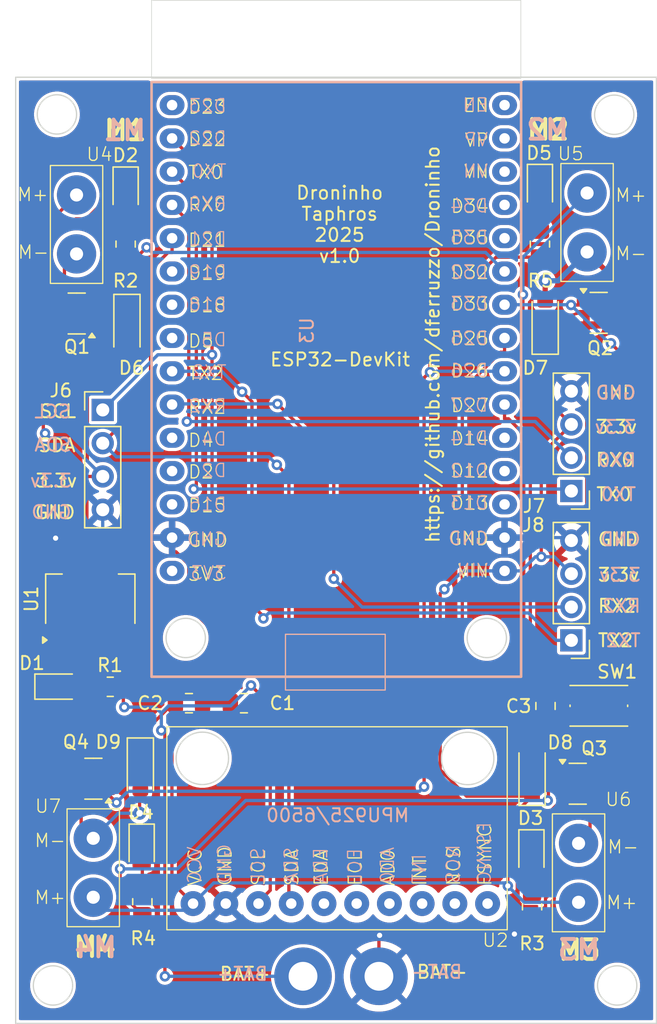
<source format=kicad_pcb>
(kicad_pcb (version 20241229) (generator "pcbnew") (generator_version "9.0")
  (layers (0 "F.Cu" signal) (2 "B.Cu" signal) (13 "F.Paste" user) (15 "B.Paste" user) (5 "F.SilkS" user "F.Silkscreen") (7 "B.SilkS" user "B.Silkscreen") (1 "F.Mask" user) (3 "B.Mask" user) (25 "Edge.Cuts" user))
  (net 0 "")
  (net 1 "/M1-")
  (net 2 "/M2-")
  (net 3 "/M3-")
  (net 4 "/M4-")
  (net 5 "GND")
  (net 6 "/SDA")
  (net 7 "/SCL")
  (net 8 "/PWM1")
  (net 9 "/PWM2")
  (net 10 "/PWM3")
  (net 11 "/PWM4")
  (net 12 "/TXD0")
  (net 13 "/RXD0")
  (net 14 "/RXD2")
  (net 15 "/TXD2")
  (net 16 "Net-(D1-A)")
  (net 17 "Net-(D2-A)")
  (net 18 "Net-(D3-A)")
  (net 19 "Net-(D4-A)")
  (net 22 "/BAT+")
  (net 23 "/+3.3V")
  (net 24 "Net-(D5-A)")
  (net 45 "/Push_button")
  (footprint "Capacitor_SMD:C_0805_2012Metric_Pad1.18x1.45mm_HandSolder" (layer "F.Cu") (at 134.2875 113.85)
    (property "Reference" "C2")
    (property "Value" "22uF/10V(20%)")
  )
  (footprint "Diode_SMD:D_SOD-123" (layer "F.Cu") (at 160.5 119.3 90)
    (property "Reference" "D8")
    (property "Value" "1N4148W SOD-123 SMD 100V 2A (A2)")
  )
  (footprint "Library:Connector_Motor" (layer "F.Cu") (at 164.7 77.15 -90)
    (property "Reference" "U5")
    (property "Value" "Through Hole Connector")
  )
  (footprint "Library:Connector_Motor" (layer "F.Cu") (at 164.05 126.8 90)
    (property "Reference" "U6")
    (property "Value" "Through Hole Connector")
  )
  (footprint "Capacitor_SMD:C_0805_2012Metric_Pad1.18x1.45mm_HandSolder" (layer "F.Cu") (at 161.525 114.0625 90)
    (property "Reference" "C3")
    (property "Value" "0.1uF/50V(10%)")
  )
  (footprint "LED_SMD:LED_0805_2012Metric_Pad1.15x1.40mm_HandSolder" (layer "F.Cu") (at 161.1 74.575 -90)
    (property "Reference" "D5")
    (property "Value" "WHITE LED")
  )
  (footprint "Resistor_SMD:R_0805_2012Metric_Pad1.20x1.40mm_HandSolder" (layer "F.Cu") (at 129.45 78.8 90)
    (property "Reference" "R2")
    (property "Value" "10K(5%)")
  )
  (footprint "Package_TO_SOT_SMD:SOT-23" (layer "F.Cu") (at 125.7125 84.1 180)
    (property "Reference" "Q1")
    (property "Value" "Si2300DS")
  )
  (footprint "Package_TO_SOT_SMD:SOT-23" (layer "F.Cu") (at 126.9875 119.615 180)
    (property "Reference" "Q4")
    (property "Value" "Si2300DS")
  )
  (footprint "Library:Connector_Motor" (layer "F.Cu") (at 126.975 126.415 90)
    (property "Reference" "U7")
    (property "Value" "Through Hole Connector")
  )
  (footprint "Resistor_SMD:R_0805_2012Metric_Pad1.20x1.40mm_HandSolder" (layer "F.Cu") (at 128.275 112.6 180)
    (property "Reference" "R1")
    (property "Value" "10K(5%)")
  )
  (footprint "Library:MPU-9250-6500" (layer "F.Cu") (at 132.6 131.15 90)
    (property "Reference" "U2")
    (property "Value" "MPU9250/6500")
  )
  (footprint "Diode_SMD:D_SOD-123" (layer "F.Cu") (at 129.55 85 -90)
    (property "Reference" "D6")
    (property "Value" "1N4148W SOD-123 SMD 100V 2A (A2)")
  )
  (footprint "Diode_SMD:D_SOD-123" (layer "F.Cu") (at 161.5 84.85 90)
    (property "Reference" "D7")
    (property "Value" "1N4148W SOD-123 SMD 100V 2A (A2)")
  )
  (footprint "Capacitor_SMD:C_0805_2012Metric_Pad1.18x1.45mm_HandSolder" (layer "F.Cu") (at 138.4875 113.85 180)
    (property "Reference" "C1")
    (property "Value" "22uF/10V(20%)")
  )
  (footprint "Connector_PinHeader_2.54mm:PinHeader_1x04_P2.54mm_Vertical" (layer "F.Cu") (at 163.5 97.65 180)
    (property "Reference" "J7")
    (property "Value" "TXD0/RXD0")
  )
  (footprint "Connector_PinHeader_2.54mm:PinHeader_1x04_P2.54mm_Vertical" (layer "F.Cu") (at 163.5 109.05 180)
    (property "Reference" "J8")
    (property "Value" "I2C")
  )
  (footprint "Resistor_SMD:R_0805_2012Metric_Pad1.20x1.40mm_HandSolder" (layer "F.Cu") (at 161.1 78.8 90)
    (property "Reference" "R5")
    (property "Value" "10K(5%)")
  )
  (footprint "Resistor_SMD:R_0805_2012Metric_Pad1.20x1.40mm_HandSolder" (layer "F.Cu") (at 130.725 129.005 90)
    (property "Reference" "R4")
    (property "Value" "10K(5%)")
  )
  (footprint "Button_Switch_SMD:SW_Push_1P1T_NO_CK_KMR2" (layer "F.Cu") (at 165.6 114.05)
    (property "Reference" "SW1")
    (property "Value" "KMR241G LFS")
  )
  (footprint "MountingHole:MountingHole_2.2mm_M2_Pad_TopBottom" (layer "F.Cu") (at 143 134.7)
    (property "Reference" "H3" (hide yes))
    (property "Value" "MountingHole_Pad_Power")
  )
  (footprint "MountingHole:MountingHole_2.2mm_M2_Pad_TopBottom" (layer "F.Cu") (at 148.8 134.7)
    (property "Reference" "H4" (hide yes))
    (property "Value" "MountingHole_Pad_Power")
  )
  (footprint "Connector_PinHeader_2.54mm:PinHeader_1x04_P2.54mm_Vertical" (layer "F.Cu") (at 127.7 91.46)
    (property "Reference" "J6")
    (property "Value" "I2C")
  )
  (footprint "Package_TO_SOT_SMD:SOT-23" (layer "F.Cu") (at 165.5875 84.05)
    (property "Reference" "Q2")
    (property "Value" "Si2300DS")
  )
  (footprint "LED_SMD:LED_0805_2012Metric_Pad1.15x1.40mm_HandSolder" (layer "F.Cu") (at 130.675 124.94 -90)
    (property "Reference" "D4")
    (property "Value" "WHITE LED")
  )
  (footprint "Package_TO_SOT_SMD:SOT-23" (layer "F.Cu") (at 163.9875 120)
    (property "Reference" "Q3")
    (property "Value" "Si2300DS")
  )
  (footprint "Resistor_SMD:R_0805_2012Metric_Pad1.20x1.40mm_HandSolder" (layer "F.Cu") (at 160.5 129.4 90)
    (property "Reference" "R3")
    (property "Value" "10K(5%)")
  )
  (footprint "Package_TO_SOT_SMD:SOT-223-3_TabPin2" (layer "F.Cu") (at 126.75 105.9 90)
    (property "Reference" "U1")
    (property "Value" "AMS1117-3.3")
  )
  (footprint "LED_SMD:LED_0805_2012Metric_Pad1.15x1.40mm_HandSolder" (layer "F.Cu") (at 160.45 125.375 -90)
    (property "Reference" "D3")
    (property "Value" "WHITE LED")
  )
  (footprint "Library:Connector_Motor" (layer "F.Cu") (at 125.7 77.3 -90)
    (property "Reference" "U4")
    (property "Value" "Through Hole Connector")
  )
  (footprint "LED_SMD:LED_0805_2012Metric_Pad1.15x1.40mm_HandSolder" (layer "F.Cu") (at 129.45 74.775 -90)
    (property "Reference" "D2")
    (property "Value" "WHITE LED")
  )
  (footprint "LED_SMD:LED_0805_2012Metric_Pad1.15x1.40mm_HandSolder" (layer "F.Cu") (at 124.375 112.585)
    (property "Reference" "D1")
    (property "Value" "RED LED")
  )
  (footprint "Diode_SMD:D_SOD-123" (layer "F.Cu") (at 130.575 118.865 -90)
    (property "Reference" "D9")
    (property "Value" "1N4148W SOD-123 SMD 100V 2A (A2)")
  )
  (footprint "Library:ESP32_30pin vertical WIFI" (layer "B.Cu") (at 146 85.9 180)
    (property "Reference" "U3")
    (property "Value" "ESP32 ESP-WROOM-32 DEVKit V1")
    (fp_rect (start -13.64 25.71) (end 14.57 19.75) (stroke (width 0.05)) (fill no) (layer "Edge.Cuts"))
    (fp_circle (center 11.96 -22.97) (end 11.96 -24.47) (stroke (width 0.1)) (fill no) (layer "Edge.Cuts"))
    (fp_circle (center -11.04 -22.97) (end -11.04 -24.47) (stroke (width 0.1)) (fill no) (layer "Edge.Cuts"))
  )
  (gr_circle (center 124.2 68.9) (end 125.7 68.9) (stroke (width 0.1)) (fill no) (layer "Edge.Cuts"))
  (gr_rect (start 121.05 66.06) (end 170 138.3) (stroke (width 0.1)) (fill no) (layer "Edge.Cuts"))
  (gr_circle (center 135.31 118.06) (end 137.31 118.06) (stroke (width 0.1)) (fill no) (layer "Edge.Cuts"))
  (gr_circle (center 167 135.4) (end 168.5 135.4) (stroke (width 0.1)) (fill no) (layer "Edge.Cuts"))
  (gr_circle (center 166.775 68.925) (end 168.275 68.925) (stroke (width 0.1)) (fill no) (layer "Edge.Cuts"))
  (gr_circle (center 123.9 135.4) (end 125.4 135.4) (stroke (width 0.1)) (fill no) (layer "Edge.Cuts"))
  (gr_circle (center 155.58 118.07) (end 157.58 118.07) (stroke (width 0.1)) (fill no) (layer "Edge.Cuts"))
  (gr_text "3.3v" (at 165.27 93.34 0) (layer "F.SilkS") (effects (font (size 1 1)) (justify left bottom)))
  (gr_text "RX2" (at 165.44 107.01 0) (layer "F.SilkS") (effects (font (size 1 1)) (justify left bottom)))
  (gr_text "M1" (at 127.65 71 0) (layer "F.SilkS") (effects (font (size 1.5 1.5) (thickness 0.3) (bold yes)) (justify left bottom)))
  (gr_text "SDA" (at 122.7 94.75 0) (layer "F.SilkS") (effects (font (size 1 1)) (justify left bottom)))
  (gr_text "https://github.com/dferruzzo/Droninho" (at 153.5 101.7 90) (layer "F.SilkS") (effects (font (size 1 1)) (justify left bottom)))
  (gr_text "BAT-" (at 151.6 134.95 0) (layer "F.SilkS") (effects (font (size 1 1)) (justify left bottom)))
  (gr_text "TX2" (at 165.44 109.64 0) (layer "F.SilkS") (effects (font (size 1 1)) (justify left bottom)))
  (gr_text "BAT+" (at 136.55 135.1 0) (layer "F.SilkS") (effects (font (size 1 1)) (justify left bottom)))
  (gr_text "M2" (at 159.95 70.95 0) (layer "F.SilkS") (effects (font (size 1.5 1.5) (thickness 0.3) (bold yes)) (justify left bottom)))
  (gr_text "GND" (at 122.44 99.86 0) (layer "F.SilkS") (effects (font (size 1 1)) (justify left bottom)))
  (gr_text "GND" (at 165.27 90.73 0) (layer "F.SilkS") (effects (font (size 1 1)) (justify left bottom)))
  (gr_text "3.3v" (at 122.49 97.45 0) (layer "F.SilkS") (effects (font (size 1 1)) (justify left bottom)))
  (gr_text "GND" (at 165.44 101.92 0) (layer "F.SilkS") (effects (font (size 1 1)) (justify left bottom)))
  (gr_text "M3" (at 162.35 133.575 0) (layer "F.SilkS") (effects (font (size 1.5 1.5) (thickness 0.3) (bold yes)) (justify left bottom)))
  (gr_text "ESP32-DevKit" (at 140.4 88.2 0) (layer "F.SilkS") (effects (font (size 1 1)) (justify left bottom)))
  (gr_text "SCL" (at 122.8 92.15 0) (layer "F.SilkS") (effects (font (size 1 1)) (justify left bottom)))
  (gr_text "M4" (at 125.325 133.35 0) (layer "F.SilkS") (effects (font (size 1.5 1.5) (thickness 0.3) (bold yes)) (justify left bottom)))
  (gr_text "3.3v" (at 165.44 104.64 0) (layer "F.SilkS") (effects (font (size 1 1)) (justify left bottom)))
  (gr_text "TX0" (at 165.32 98.49 0) (layer "F.SilkS") (effects (font (size 1 1)) (justify left bottom)))
  (gr_text "Droninho\nTaphros\n2025\nv1.0" (at 145.8 80.3 0) (layer "F.SilkS") (effects (font (size 1 1)) (justify bottom)))
  (gr_text "RX0" (at 165.28 95.86 0) (layer "F.SilkS") (effects (font (size 1 1)) (justify left bottom)))
  (gr_text "RX2" (at 168.88 107.01 0) (layer "B.SilkS") (effects (font (size 1 1)) (justify left bottom mirror)))
  (gr_text "GND" (at 125.4 99.85 0) (layer "B.SilkS") (effects (font (size 1 1)) (justify left bottom mirror)))
  (gr_text "M3" (at 165.85 133.55 0) (layer "B.SilkS") (effects (font (size 1.5 1.5) (thickness 0.3) (bold yes)) (justify left bottom mirror)))
  (gr_text "M2" (at 163.45 70.95 0) (layer "B.SilkS") (effects (font (size 1.5 1.5) (thickness 0.3) (bold yes)) (justify left bottom mirror)))
  (gr_text "3.3v" (at 125.4 97.45 0) (layer "B.SilkS") (effects (font (size 1 1)) (justify left bottom mirror)))
  (gr_text "RX0" (at 168.53 95.89 0) (layer "B.SilkS") (effects (font (size 1 1)) (justify left bottom mirror)))
  (gr_text "3.3v" (at 168.53 93.35 0) (layer "B.SilkS") (effects (font (size 1 1)) (justify left bottom mirror)))
  (gr_text "GND" (at 168.88 101.92 0) (layer "B.SilkS") (effects (font (size 1 1)) (justify left bottom mirror)))
  (gr_text "M4" (at 128.925 133.375 0) (layer "B.SilkS") (effects (font (size 1.5 1.5) (thickness 0.3) (bold yes)) (justify left bottom mirror)))
  (gr_text "M1" (at 131.15 71 0) (layer "B.SilkS") (effects (font (size 1.5 1.5) (thickness 0.3) (bold yes)) (justify left bottom mirror)))
  (gr_text "SCL" (at 125.35 92.17 0) (layer "B.SilkS") (effects (font (size 1 1)) (justify left bottom mirror)))
  (gr_text "GND" (at 168.53 90.74 0) (layer "B.SilkS") (effects (font (size 1 1)) (justify left bottom mirror)))
  (gr_text "TX0" (at 168.53 98.49 0) (layer "B.SilkS") (effects (font (size 1 1)) (justify left bottom mirror)))
  (gr_text "SDA" (at 125.4 94.7 0) (layer "B.SilkS") (effects (font (size 1 1)) (justify left bottom mirror)))
  (gr_text "MPU925/6500" (at 151.2 123 0) (layer "B.SilkS") (effects (font (size 1 1)) (justify left bottom mirror)))
  (gr_text "BAT+\n" (at 140.4 135.1 0) (layer "B.SilkS") (effects (font (size 1 1)) (justify left bottom mirror)))
  (gr_text "BAT-" (at 155.25 134.95 0) (layer "B.SilkS") (effects (font (size 1 1)) (justify left bottom mirror)))
  (gr_text "TX2" (at 168.88 109.64 0) (layer "B.SilkS") (effects (font (size 1 1)) (justify left bottom mirror)))
  (gr_text "3.3v" (at 168.88 104.64 0) (layer "B.SilkS") (effects (font (size 1 1)) (justify left bottom mirror)))
  (segment (start 125.7 79.55) (end 124.775 80.475) (width 0.25) (layer "F.Cu") (net 1))
  (segment (start 126.58769 86.65) (end 124.775 84.83731) (width 0.4) (layer "F.Cu") (net 1))
  (segment (start 124.775 80.475) (end 124.775 84.1) (width 0.25) (layer "F.Cu") (net 1))
  (segment (start 124.775 84.83731) (end 124.775 84.1) (width 0.4) (layer "F.Cu") (net 1))
  (segment (start 129.55 86.65) (end 126.58769 86.65) (width 0.4) (layer "F.Cu") (net 1))
  (segment (start 161.5 83.2) (end 161.5 81.6038) (width 0.4) (layer "F.Cu") (net 2))
  (segment (start 164.7 79.4) (end 166.525 81.225) (width 0.4) (layer "F.Cu") (net 2))
  (segment (start 166.525 81.225) (end 166.525 84.05) (width 0.4) (layer "F.Cu") (net 2))
  (segment (start 161.5 81.6038) (end 161.5038 81.6) (width 0.4) (layer "F.Cu") (net 2))
  (via (at 161.5038 81.6) (size 1) (drill 0.5) (layers "F.Cu" "B.Cu") (net 2))
  (segment (start 161.5038 81.6) (end 162.5 81.6) (width 0.4) (layer "B.Cu") (net 2))
  (segment (start 162.5 81.6) (end 164.7 79.4) (width 0.4) (layer "B.Cu") (net 2))
  (segment (start 164.925 123.675) (end 164.925 120) (width 0.25) (layer "F.Cu") (net 3))
  (segment (start 164.925 119.368756) (end 163.206244 117.65) (width 0.25) (layer "F.Cu") (net 3))
  (segment (start 163.206244 117.65) (end 160.5 117.65) (width 0.25) (layer "F.Cu") (net 3))
  (segment (start 164.05 124.55) (end 164.925 123.675) (width 0.25) (layer "F.Cu") (net 3))
  (segment (start 164.925 120) (end 164.925 119.368756) (width 0.25) (layer "F.Cu") (net 3))
  (segment (start 126.05 119.615) (end 126.05 123.24) (width 0.25) (layer "F.Cu") (net 4))
  (segment (start 130.5167 122.25) (end 130.5167 120.5733) (width 0.25) (layer "F.Cu") (net 4))
  (segment (start 126.05 123.24) (end 126.975 124.165) (width 0.25) (layer "F.Cu") (net 4))
  (segment (start 130.5167 120.5733) (end 130.575 120.515) (width 0.25) (layer "F.Cu") (net 4))
  (segment (start 130.575 120.515) (end 130.2885 120.8015) (width 0.25) (layer "F.Cu") (net 4))
  (via (at 130.5167 122.25) (size 1) (drill 0.5) (layers "F.Cu" "B.Cu") (net 4))
  (segment (start 126.975 124.165) (end 128.89 122.25) (width 0.25) (layer "B.Cu") (net 4))
  (segment (start 128.89 122.25) (end 130.5167 122.25) (width 0.25) (layer "B.Cu") (net 4))
  (segment (start 148.8 131.625) (end 148.85 131.575) (width 0.25) (layer "F.Cu") (net 5))
  (segment (start 161.525 103.405) (end 163.5 101.43) (width 0.25) (layer "F.Cu") (net 5))
  (segment (start 126.456354 76.876) (end 127.6892 75.643154) (width 0.25) (layer "F.Cu") (net 5))
  (segment (start 159.15 131.475) (end 159.3715 131.2535) (width 0.25) (layer "F.Cu") (net 5))
  (segment (start 134.8226 107.0396) (end 134.5487 107.0396) (width 0.25) (layer "F.Cu") (net 5))
  (segment (start 163.912501 85) (end 164.65 85) (width 0.25) (layer "F.Cu") (net 5))
  (segment (start 135.9227 108.1397) (end 134.8226 107.0396) (width 0.25) (layer "F.Cu") (net 5))
  (segment (start 164.6767 100.2533) (end 163.5 101.43) (width 0.25) (layer "F.Cu") (net 5))
  (segment (start 129.477441 122.717441) (end 130.675 123.915) (width 0.25) (layer "F.Cu") (net 5))
  (segment (start 126.0567 83.15) (end 126.65 83.15) (width 0.25) (layer "F.Cu") (net 5))
  (segment (start 159.3715 125.4285) (end 160.45 124.35) (width 0.25) (layer "F.Cu") (net 5))
  (segment (start 134.5487 107.0396) (end 134.275 106.7659) (width 0.25) (layer "F.Cu") (net 5))
  (segment (start 124.1 101.25) (end 124.1 89.0126) (width 0.25) (layer "F.Cu") (net 5))
  (segment (start 162.526 83.613499) (end 163.912501 85) (width 0.25) (layer "F.Cu") (net 5))
  (segment (start 123.6115 88.5241) (end 123.6115 78.914724) (width 0.25) (layer "F.Cu") (net 5))
  (segment (start 127.6892 75.5108) (end 127.6892 82.062) (width 0.25) (layer "F.Cu") (net 5))
  (segment (start 124.45 101.6) (end 124.45 109.05) (width 0.25) (layer "F.Cu") (net 5))
  (segment (start 160.45 123.55) (end 163.05 120.95) (width 0.25) (layer "F.Cu") (net 5))
  (segment (start 135.9227 113.85) (end 135.325 113.85) (width 0.25) (layer "F.Cu") (net 5))
  (segment (start 135.9227 113.85) (end 135.9227 108.1397) (width 0.25) (layer "F.Cu") (net 5))
  (segment (start 127.6892 75.643154) (end 127.6892 75.5108) (width 0.25) (layer "F.Cu") (net 5))
  (segment (start 163.55 113.25) (end 161.75 113.25) (width 0.25) (layer "F.Cu") (net 5))
  (segment (start 163.5 90.03) (end 164.6767 91.2067) (width 0.25) (layer "F.Cu") (net 5))
  (segment (start 167.65 113.25) (end 163.55 113.25) (width 0.25) (layer "F.Cu") (net 5))
  (segment (start 148.8 134.7) (end 148.8 131.625) (width 0.25) (layer "F.Cu") (net 5))
  (segment (start 161.1 73.55) (end 162.526 74.976) (width 0.25) (layer "F.Cu") (net 5))
  (segment (start 137.45 113.85) (end 135.9227 113.85) (width 0.25) (layer "F.Cu") (net 5))
  (segment (start 124.1 101.25) (end 124.45 101.6) (width 0.25) (layer "F.Cu") (net 5))
  (segment (start 127.6892 82.1108) (end 127.6892 82.062) (width 0.25) (layer "F.Cu") (net 5))
  (segment (start 123.6115 78.914724) (end 125.650224 76.876) (width 0.25) (layer "F.Cu") (net 5))
  (segment (start 160.45 124.35) (end 160.45 123.55) (width 0.25) (layer "F.Cu") (net 5))
  (segment (start 133.3037 102.2985) (end 132.9975 102.2985) (width 0.25) (layer "F.Cu") (net 5))
  (segment (start 159.3715 131.2535) (end 159.3715 125.4285) (width 0.25) (layer "F.Cu") (net 5))
  (segment (start 163.5 90.03) (end 164.65 88.88) (width 0.25) (layer "F.Cu") (net 5))
  (segment (start 132.9975 101.2098) (end 132.9975 102.2985) (width 0.25) (layer "F.Cu") (net 5))
  (segment (start 137.45 113.85) (end 138.0025 114.4025) (width 0.25) (layer "F.Cu") (net 5))
  (segment (start 164.6767 91.2067) (end 164.6767 100.2533) (width 0.25) (layer "F.Cu") (net 5))
  (segment (start 125.650224 76.876) (end 126.456354 76.876) (width 0.25) (layer "F.Cu") (net 5))
  (segment (start 123.35 110.15) (end 124.45 109.05) (width 0.25) (layer "F.Cu") (net 5))
  (segment (start 161.525 113.025) (end 161.525 103.405) (width 0.25) (layer "F.Cu") (net 5))
  (segment (start 126.65 83.15) (end 127.6892 82.1108) (width 0.25) (layer "F.Cu") (net 5))
  (segment (start 134.275 103.2698) (end 133.3037 102.2985) (width 0.25) (layer "F.Cu") (net 5))
  (segment (start 129.477441 120.217441) (end 129.477441 122.717441) (width 0.25) (layer "F.Cu") (net 5))
  (segment (start 164.65 88.88) (end 164.65 85) (width 0.25) (layer "F.Cu") (net 5))
  (segment (start 127.925 117.16) (end 127.925 118.665) (width 0.25) (layer "F.Cu") (net 5))
  (segment (start 123.35 112.585) (end 123.35 110.15) (width 0.25) (layer "F.Cu") (net 5))
  (segment (start 123.35 112.585) (end 127.925 117.16) (width 0.25) (layer "F.Cu") (net 5))
  (segment (start 138.0025 128.1975) (end 137.05 129.15) (width 0.25) (layer "F.Cu") (net 5))
  (segment (start 134.275 106.7659) (end 134.275 103.2698) (width 0.25) (layer "F.Cu") (net 5))
  (segment (start 148.8 134.7) (end 148.9655 134.5345) (width 0.25) (layer "F.Cu") (net 5))
  (segment (start 129.45 73.75) (end 127.6892 75.5108) (width 0.25) (layer "F.Cu") (net 5))
  (segment (start 130.675 123.915) (end 130.568 123.915) (width 0.25) (layer "F.Cu") (net 5))
  (segment (start 124.1 89.0126) (end 123.6115 88.5241) (width 0.25) (layer "F.Cu") (net 5))
  (segment (start 161.75 113.25) (end 161.525 113.025) (width 0.25) (layer "F.Cu") (net 5))
  (segment (start 162.526 74.976) (end 162.526 83.613499) (width 0.25) (layer "F.Cu") (net 5))
  (segment (start 127.925 118.665) (end 129.477441 120.217441) (width 0.25) (layer "F.Cu") (net 5))
  (segment (start 138.0025 114.4025) (end 138.0025 128.1975) (width 0.25) (layer "F.Cu") (net 5))
  (via (at 124.1 101.25) (size 0.8) (drill 0.4) (layers "F.Cu" "B.Cu") (net 5))
  (via (at 159.15 131.475) (size 0.8) (drill 0.4) (layers "F.Cu" "B.Cu") (net 5))
  (via (at 148.85 131.575) (size 0.8) (drill 0.4) (layers "F.Cu" "B.Cu") (net 5))
  (segment (start 127.7 101.2098) (end 127.7 99.08) (width 0.25) (layer "B.Cu") (net 5))
  (segment (start 148.85 131.575) (end 139.475 131.575) (width 0.25) (layer "B.Cu") (net 5))
  (segment (start 132.9975 101.2098) (end 158.3975 101.2098) (width 0.25) (layer "B.Cu") (net 5))
  (segment (start 148.85 131.575) (end 149.3399 131.575) (width 0.25) (layer "B.Cu") (net 5))
  (segment (start 139.475 131.575) (end 137.05 129.15) (width 0.25) (layer "B.Cu") (net 5))
  (segment (start 158.3975 101.2098) (end 163.2798 101.2098) (width 0.25) (layer "B.Cu") (net 5))
  (segment (start 163.2798 101.2098) (end 163.5 101.43) (width 0.25) (layer "B.Cu") (net 5))
  (segment (start 159.05 131.575) (end 159.15 131.475) (width 0.25) (layer "B.Cu") (net 5))
  (segment (start 124.1402 101.2098) (end 124.1 101.25) (width 0.25) (layer "B.Cu") (net 5))
  (segment (start 127.7 101.2098) (end 132.9975 101.2098) (width 0.25) (layer "B.Cu") (net 5))
  (segment (start 127.7 101.2098) (end 124.1402 101.2098) (width 0.25) (layer "B.Cu") (net 5))
  (segment (start 149.3399 131.575) (end 159.05 131.575) (width 0.25) (layer "B.Cu") (net 5))
  (segment (start 127.7 94) (end 131.3516 90.3484) (width 0.25) (layer "F.Cu") (net 6))
  (segment (start 132.6913 79.4385) (end 132.9975 79.4385) (width 0.25) (layer "F.Cu") (net 6))
  (segment (start 131.3516 80.7782) (end 132.6913 79.4385) (width 0.25) (layer "F.Cu") (net 6))
  (segment (start 131.3516 90.3484) (end 131.3516 80.7782) (width 0.25) (layer "F.Cu") (net 6))
  (segment (start 141.92 96.57) (end 141.92 129.15) (width 0.25) (layer "F.Cu") (net 6))
  (segment (start 141 95.65) (end 141.92 96.57) (width 0.25) (layer "F.Cu") (net 6))
  (segment (start 132.9975 78.3498) (end 132.9975 79.4385) (width 0.25) (layer "F.Cu") (net 6))
  (via (at 141 95.65) (size 0.8) (drill 0.4) (layers "F.Cu" "B.Cu") (net 6))
  (segment (start 127.7 94) (end 128.741813 95.041813) (width 0.25) (layer "B.Cu") (net 6))
  (segment (start 140.391813 95.041813) (end 141 95.65) (width 0.25) (layer "B.Cu") (net 6))
  (segment (start 128.741813 95.041813) (end 140.391813 95.041813) (width 0.25) (layer "B.Cu") (net 6))
  (segment (start 140.497 109.1135) (end 140.497 128.133) (width 0.25) (layer "F.Cu") (net 7))
  (segment (start 140.497 128.133) (end 139.48 129.15) (width 0.25) (layer "F.Cu") (net 7))
  (segment (start 136.05 104.6665) (end 140.497 109.1135) (width 0.25) (layer "F.Cu") (net 7))
  (segment (start 136.05 87.25) (end 136.05 73.782273) (width 0.25) (layer "F.Cu") (net 7))
  (segment (start 136.05 73.782273) (end 132.99754 70.729813) (width 0.25) (layer "F.Cu") (net 7))
  (segment (start 136.05 87.25) (end 136.05 104.6665) (width 0.25) (layer "F.Cu") (net 7))
  (via (at 136.05 87.25) (size 0.8) (drill 0.4) (layers "F.Cu" "B.Cu") (net 7))
  (segment (start 127.7 91.46) (end 131.91 87.25) (width 0.25) (layer "B.Cu") (net 7))
  (segment (start 131.91 87.25) (end 136.05 87.25) (width 0.25) (layer "B.Cu") (net 7))
  (segment (start 130.3 79.8) (end 131.05 79.05) (width 0.25) (layer "F.Cu") (net 8))
  (segment (start 126.65 85.05) (end 128.1402 83.5598) (width 0.25) (layer "F.Cu") (net 8))
  (segment (start 128.1402 81.1098) (end 129.45 79.8) (width 0.25) (layer "F.Cu") (net 8))
  (segment (start 128.1402 83.5598) (end 128.1402 81.1098) (width 0.25) (layer "F.Cu") (net 8))
  (segment (start 129.45 79.8) (end 130.3 79.8) (width 0.25) (layer "F.Cu") (net 8))
  (via (at 131.05 79.05) (size 0.8) (drill 0.4) (layers "F.Cu" "B.Cu") (net 8))
  (segment (start 131.05 79.05) (end 131.437813 79.437813) (width 0.25) (layer "B.Cu") (net 8))
  (segment (start 156.94554 79.437813) (end 158.39754 80.889813) (width 0.25) (layer "B.Cu") (net 8))
  (segment (start 131.437813 79.437813) (end 156.94554 79.437813) (width 0.25) (layer "B.Cu") (net 8))
  (segment (start 161.526 128.749) (end 163.799 126.476) (width 0.25) (layer "F.Cu") (net 9))
  (segment (start 168.426 88.276) (end 166.525 86.375) (width 0.25) (layer "F.Cu") (net 9))
  (segment (start 161.526 129.374) (end 161.526 128.749) (width 0.25) (layer "F.Cu") (net 9))
  (segment (start 164.3 83.45) (end 164.65 83.1) (width 0.25) (layer "F.Cu") (net 9))
  (segment (start 164.847776 126.476) (end 168.426 122.897776) (width 0.25) (layer "F.Cu") (net 9))
  (segment (start 160.5 130.4) (end 161.526 129.374) (width 0.25) (layer "F.Cu") (net 9))
  (segment (start 163.799 126.476) (end 164.847776 126.476) (width 0.25) (layer "F.Cu") (net 9))
  (segment (start 168.426 122.897776) (end 168.426 88.276) (width 0.25) (layer "F.Cu") (net 9))
  (segment (start 163.475 83.45) (end 164.3 83.45) (width 0.25) (layer "F.Cu") (net 9))
  (via (at 163.475 83.45) (size 0.8) (drill 0.4) (layers "F.Cu" "B.Cu") (net 9))
  (via (at 166.525 86.375) (size 0.8) (drill 0.4) (layers "F.Cu" "B.Cu") (net 9))
  (segment (start 158.39754 83.429813) (end 163.454813 83.429813) (width 0.25) (layer "B.Cu") (net 9))
  (segment (start 166.4 86.375) (end 166.525 86.375) (width 0.25) (layer "B.Cu") (net 9))
  (segment (start 163.454813 83.429813) (end 163.475 83.45) (width 0.25) (layer "B.Cu") (net 9))
  (segment (start 163.475 83.45) (end 166.4 86.375) (width 0.25) (layer "B.Cu") (net 9))
  (segment (start 161.7445 121.230196) (end 161.694182 121.280514) (width 0.25) (layer "F.Cu") (net 10))
  (segment (start 155.1691 89.9807) (end 158.0913 87.0585) (width 0.25) (layer "F.Cu") (net 10))
  (segment (start 129.025 128.305) (end 129.025 126.5) (width 0.25) (layer "F.Cu") (net 10))
  (segment (start 155.1691 114.0191) (end 155.1691 89.9807) (width 0.25) (layer "F.Cu") (net 10))
  (segment (start 163.05 119.05) (end 161.7445 120.3555) (width 0.25) (layer "F.Cu") (net 10))
  (segment (start 161.7445 120.3555) (end 161.5055 120.3555) (width 0.25) (layer "F.Cu") (net 10))
  (segment (start 158.0913 87.0585) (end 158.3975 87.0585) (width 0.25) (layer "F.Cu") (net 10))
  (segment (start 158.3975 87.0585) (end 158.3975 85.9698) (width 0.25) (layer "F.Cu") (net 10))
  (segment (start 161.5055 120.3555) (end 155.1691 114.0191) (width 0.25) (layer "F.Cu") (net 10))
  (segment (start 130.725 130.005) (end 129.025 128.305) (width 0.25) (layer "F.Cu") (net 10))
  (segment (start 161.7445 120.3555) (end 161.7445 121.230196) (width 0.25) (layer "F.Cu") (net 10))
  (via (at 161.694182 121.280514) (size 0.8) (drill 0.4) (layers "F.Cu" "B.Cu") (net 10))
  (via (at 129.025 126.5) (size 0.8) (drill 0.4) (layers "F.Cu" "B.Cu") (net 10))
  (segment (start 129.025 126.5) (end 133.4008 126.5) (width 0.25) (layer "B.Cu") (net 10))
  (segment (start 138.620286 121.280514) (end 133.4008 126.5) (width 0.25) (layer "B.Cu") (net 10))
  (segment (start 161.694182 121.280514) (end 138.620286 121.280514) (width 0.25) (layer "B.Cu") (net 10))
  (segment (start 152.325 88.925) (end 152.675 88.575) (width 0.25) (layer "F.Cu") (net 11))
  (segment (start 127.925 120.610277) (end 128.751441 121.436718) (width 0.25) (layer "F.Cu") (net 11))
  (segment (start 152.7 84.85) (end 152.7 88.575) (width 0.25) (layer "F.Cu") (net 11))
  (segment (start 152.25 89) (end 152.325 88.925) (width 0.25) (layer "F.Cu") (net 11))
  (segment (start 152.25 120.225) (end 152.25 89) (width 0.25) (layer "F.Cu") (net 11))
  (segment (start 161.1 79.8) (end 157.75 79.8) (width 0.25) (layer "F.Cu") (net 11))
  (segment (start 152.675 88.575) (end 152.7 88.575) (width 0.25) (layer "F.Cu") (net 11))
  (segment (start 157.75 79.8) (end 152.7 84.85) (width 0.25) (layer "F.Cu") (net 11))
  (segment (start 127.925 120.565) (end 127.925 120.610277) (width 0.25) (layer "F.Cu") (net 11))
  (via (at 152.25 120.225) (size 0.8) (drill 0.4) (layers "F.Cu" "B.Cu") (net 11))
  (via (at 128.751441 121.436718) (size 0.8) (drill 0.4) (layers "F.Cu" "B.Cu") (net 11))
  (via (at 152.7 88.575) (size 0.8) (drill 0.4) (layers "F.Cu" "B.Cu") (net 11))
  (segment (start 129.613159 120.575) (end 151.3 120.575) (width 0.25) (layer "B.Cu") (net 11))
  (segment (start 153.15 88.575) (end 153.215187 88.509813) (width 0.25) (layer "B.Cu") (net 11))
  (segment (start 151.9 120.575) (end 152.25 120.225) (width 0.25) (layer "B.Cu") (net 11))
  (segment (start 151.5 120.575) (end 151.9 120.575) (width 0.25) (layer "B.Cu") (net 11))
  (segment (start 151.3 120.575) (end 151.5 120.575) (width 0.25) (layer "B.Cu") (net 11))
  (segment (start 152.7 88.575) (end 153.15 88.575) (width 0.25) (layer "B.Cu") (net 11))
  (segment (start 153.215187 88.509813) (end 158.39754 88.509813) (width 0.25) (layer "B.Cu") (net 11))
  (segment (start 128.751441 121.436718) (end 129.613159 120.575) (width 0.25) (layer "B.Cu") (net 11))
  (segment (start 134.8502 75.122473) (end 134.8502 97.2998) (width 0.25) (layer "F.Cu") (net 12))
  (segment (start 132.99754 73.269813) (end 134.8502 75.122473) (width 0.25) (layer "F.Cu") (net 12))
  (segment (start 134.8502 97.2998) (end 134.65 97.5) (width 0.25) (layer "F.Cu") (net 12))
  (via (at 134.65 97.5) (size 0.8) (drill 0.4) (layers "F.Cu" "B.Cu") (net 12))
  (segment (start 134.65 97.5) (end 163.35 97.5) (width 0.25) (layer "B.Cu") (net 12))
  (segment (start 163.35 97.5) (end 163.5 97.65) (width 0.25) (layer "B.Cu") (net 12))
  (segment (start 134.27354 77.085813) (end 134.27354 92.20166) (width 0.25) (layer "F.Cu") (net 13))
  (segment (start 134.27354 92.20166) (end 134.1252 92.35) (width 0.25) (layer "F.Cu") (net 13))
  (segment (start 132.99754 75.809813) (end 134.27354 77.085813) (width 0.25) (layer "F.Cu") (net 13))
  (via (at 134.1252 92.35) (size 0.8) (drill 0.4) (layers "F.Cu" "B.Cu") (net 13))
  (segment (start 134.1252 92.35) (end 160.74 92.35) (width 0.25) (layer "B.Cu") (net 13))
  (segment (start 160.74 92.35) (end 163.5 95.11) (width 0.25) (layer "B.Cu") (net 13))
  (segment (start 141.05 91) (end 145.35 95.3) (width 0.25) (layer "F.Cu") (net 14))
  (segment (start 145.35 95.3) (end 145.35 104.35) (width 0.25) (layer "F.Cu") (net 14))
  (via (at 141.05 91) (size 0.8) (drill 0.4) (layers "F.Cu" "B.Cu") (net 14))
  (via (at 145.35 104.35) (size 0.8) (drill 0.4) (layers "F.Cu" "B.Cu") (net 14))
  (segment (start 132.99754 91.049813) (end 133.047353 91) (width 0.25) (layer "B.Cu") (net 14))
  (segment (start 147.51 106.51) (end 163.5 106.51) (width 0.25) (layer "B.Cu") (net 14))
  (segment (start 133.047353 91) (end 141.05 91) (width 0.25) (layer "B.Cu") (net 14))
  (segment (start 145.35 104.35) (end 147.51 106.51) (width 0.25) (layer "B.Cu") (net 14))
  (segment (start 139.1 106.35) (end 139.475 106.725) (width 0.25) (layer "F.Cu") (net 15))
  (segment (start 139.475 106.725) (end 139.975 107.225) (width 0.25) (layer "F.Cu") (net 15))
  (segment (start 139.975 107.225) (end 139.975 107.375) (width 0.25) (layer "F.Cu") (net 15))
  (segment (start 138.35 90.075) (end 139.1 90.825) (width 0.25) (layer "F.Cu") (net 15))
  (segment (start 139.1 105.275) (end 139.1 106.35) (width 0.25) (layer "F.Cu") (net 15))
  (segment (start 139.1 90.825) (end 139.1 105.275) (width 0.25) (layer "F.Cu") (net 15))
  (via (at 139.975 107.375) (size 0.8) (drill 0.4) (layers "F.Cu" "B.Cu") (net 15))
  (via (at 138.35 90.075) (size 0.8) (drill 0.4) (layers "F.Cu" "B.Cu") (net 15))
  (segment (start 139.975 107.375) (end 140.3882 106.9618) (width 0.25) (layer "B.Cu") (net 15))
  (segment (start 132.99754 88.509813) (end 136.784813 88.509813) (width 0.25) (layer "B.Cu") (net 15))
  (segment (start 136.784813 88.509813) (end 138.35 90.075) (width 0.25) (layer "B.Cu") (net 15))
  (segment (start 162.3233 109.05) (end 160.2351 106.9618) (width 0.25) (layer "B.Cu") (net 15))
  (segment (start 163.5 109.05) (end 162.3233 109.05) (width 0.25) (layer "B.Cu") (net 15))
  (segment (start 140.3882 106.9618) (end 160.2351 106.9618) (width 0.25) (layer "B.Cu") (net 15))
  (segment (start 127.26 112.585) (end 127.275 112.6) (width 0.25) (layer "F.Cu") (net 16))
  (segment (start 125.4 112.585) (end 127.26 112.585) (width 0.25) (layer "F.Cu") (net 16))
  (segment (start 129.45 77.8) (end 129.45 75.8) (width 0.25) (layer "F.Cu") (net 17))
  (segment (start 160.45 128.35) (end 160.45 126.4) (width 0.25) (layer "F.Cu") (net 18))
  (segment (start 160.5 128.4) (end 160.45 128.35) (width 0.25) (layer "F.Cu") (net 18))
  (segment (start 130.725 128.005) (end 130.675 127.955) (width 0.25) (layer "F.Cu") (net 19))
  (segment (start 130.725 128.005) (end 130.725 126.015) (width 0.25) (layer "F.Cu") (net 19))
  (segment (start 130.725 126.015) (end 130.675 125.965) (width 0.25) (layer "F.Cu") (net 19))
  (segment (start 132.45 116.2) (end 132.175 115.925) (width 0.25) (layer "F.Cu") (net 22))
  (segment (start 129.275 112.6) (end 129.275 114.075) (width 0.25) (layer "F.Cu") (net 22))
  (segment (start 132.45 134.7) (end 132.45 116.2) (width 0.25) (layer "F.Cu") (net 22))
  (segment (start 129.275 114.075) (end 129.35 114.15) (width 0.25) (layer "F.Cu") (net 22))
  (segment (start 139.525 113) (end 139.025 112.5) (width 0.25) (layer "F.Cu") (net 22))
  (segment (start 129.05 109.05) (end 129.275 109.275) (width 0.25) (layer "F.Cu") (net 22))
  (segment (start 129.275 109.275) (end 129.275 112.6) (width 0.25) (layer "F.Cu") (net 22))
  (segment (start 139.525 113.85) (end 139.525 113) (width 0.25) (layer "F.Cu") (net 22))
  (via (at 132.45 134.7) (size 0.8) (drill 0.4) (layers "F.Cu" "B.Cu") (net 22))
  (via (at 129.35 114.15) (size 0.8) (drill 0.4) (layers "F.Cu" "B.Cu") (net 22))
  (via (at 132.175 115.925) (size 0.8) (drill 0.4) (layers "F.Cu" "B.Cu") (net 22))
  (via (at 139.025 112.5) (size 0.8) (drill 0.4) (layers "F.Cu" "B.Cu") (net 22))
  (segment (start 137.4693 114.0557) (end 132.725 114.0557) (width 0.25) (layer "B.Cu") (net 22))
  (segment (start 129.35 114.15) (end 131.7193 114.15) (width 0.25) (layer "B.Cu") (net 22))
  (segment (start 131.7193 114.15) (end 132.175 114.6057) (width 0.25) (layer "B.Cu") (net 22))
  (segment (start 139.025 112.5) (end 137.4693 114.0557) (width 0.25) (layer "B.Cu") (net 22))
  (segment (start 132.175 114.6057) (end 132.725 114.0557) (width 0.25) (layer "B.Cu") (net 22))
  (segment (start 132.175 115.925) (end 132.175 114.6057) (width 0.25) (layer "B.Cu") (net 22))
  (segment (start 143 134.7) (end 132.45 134.7) (width 0.25) (layer "B.Cu") (net 22))
  (segment (start 127.7 96.54) (end 126.524 95.364) (width 0.25) (layer "F.Cu") (net 23))
  (segment (start 133.0771 113.85) (end 130.575 116.3521) (width 0.25) (layer "F.Cu") (net 23))
  (segment (start 134.6 129.15) (end 132.9863 127.5363) (width 0.25) (layer "F.Cu") (net 23))
  (segment (start 158.6465 127.8) (end 158.6465 122.8035) (width 0.25) (layer "F.Cu") (net 23))
  (segment (start 123.1605 93.1105) (end 123.3 93.25) (width 0.25) (layer "F.Cu") (net 23))
  (segment (start 126.4907 102.4907) (end 126.4907 96.54) (width 0.25) (layer "F.Cu") (net 23))
  (segment (start 132.9863 114.1137) (end 133.25 113.85) (width 0.25) (layer "F.Cu") (net 23))
  (segment (start 129.75 88.25) (end 130.576 87.424) (width 0.25) (layer "F.Cu") (net 23))
  (segment (start 153.474 105.476) (end 153.8 105.15) (width 0.25) (layer "F.Cu") (net 23))
  (segment (start 128.256 114.896) (end 130.575 117.215) (width 0.25) (layer "F.Cu") (net 23))
  (segment (start 130.576 84.376) (end 129.55 83.35) (width 0.25) (layer "F.Cu") (net 23))
  (segment (start 128.558 88.25) (end 129.75 88.25) (width 0.25) (layer "F.Cu") (net 23))
  (segment (start 163.5 92.57) (end 161.5 90.57) (width 0.25) (layer "F.Cu") (net 23))
  (segment (start 160.5 120.95) (end 155.493382 120.95) (width 0.25) (layer "F.Cu") (net 23))
  (segment (start 133.25 113.85) (end 133.0771 113.85) (width 0.25) (layer "F.Cu") (net 23))
  (segment (start 130.576 87.424) (end 130.576 84.376) (width 0.25) (layer "F.Cu") (net 23))
  (segment (start 126.75 102.75) (end 126.4907 102.4907) (width 0.25) (layer "F.Cu") (net 23))
  (segment (start 128.256 110.556) (end 128.256 114.896) (width 0.25) (layer "F.Cu") (net 23))
  (segment (start 126.75 109.05) (end 128.256 110.556) (width 0.25) (layer "F.Cu") (net 23))
  (segment (start 155.493382 120.95) (end 153.474 118.930618) (width 0.25) (layer "F.Cu") (net 23))
  (segment (start 161.5 90.57) (end 161.5 86.5) (width 0.25) (layer "F.Cu") (net 23))
  (segment (start 153.474 118.930618) (end 153.474 105.476) (width 0.25) (layer "F.Cu") (net 23))
  (segment (start 126.75 102.75) (end 126.75 109.05) (width 0.25) (layer "F.Cu") (net 23))
  (segment (start 158.6465 122.8035) (end 160.5 120.95) (width 0.25) (layer "F.Cu") (net 23))
  (segment (start 123.1605 77.5895) (end 123.1605 93.1105) (width 0.25) (layer "F.Cu") (net 23))
  (segment (start 129.55 83.1886) (end 129.55 83.35) (width 0.25) (layer "F.Cu") (net 23))
  (segment (start 159.8 84.8) (end 159.8 82.65) (width 0.25) (layer "F.Cu") (net 23))
  (segment (start 125.7 75.05) (end 123.1605 77.5895) (width 0.25) (layer "F.Cu") (net 23))
  (segment (start 126.524 95.364) (end 126.524 90.284) (width 0.25) (layer "F.Cu") (net 23))
  (segment (start 130.575 116.3521) (end 130.575 117.215) (width 0.25) (layer "F.Cu") (net 23))
  (segment (start 161.2 94.87) (end 161.2 102.675) (width 0.25) (layer "F.Cu") (net 23))
  (segment (start 126.4907 96.54) (end 127.7 96.54) (width 0.25) (layer "F.Cu") (net 23))
  (segment (start 163.5 92.57) (end 161.2 94.87) (width 0.25) (layer "F.Cu") (net 23))
  (segment (start 161.5 86.5) (end 159.8 84.8) (width 0.25) (layer "F.Cu") (net 23))
  (segment (start 132.9863 127.5363) (end 132.9863 114.1137) (width 0.25) (layer "F.Cu") (net 23))
  (segment (start 126.524 90.284) (end 128.558 88.25) (width 0.25) (layer "F.Cu") (net 23))
  (via (at 158.6465 127.8) (size 0.8) (drill 0.4) (layers "F.Cu" "B.Cu") (net 23))
  (via (at 159.8 82.65) (size 0.8) (drill 0.4) (layers "F.Cu" "B.Cu") (net 23))
  (via (at 153.8 105.15) (size 0.8) (drill 0.4) (layers "F.Cu" "B.Cu") (net 23))
  (via (at 161.2 102.675) (size 0.8) (drill 0.4) (layers "F.Cu" "B.Cu") (net 23))
  (via (at 123.3 93.25) (size 0.8) (drill 0.4) (layers "F.Cu" "B.Cu") (net 23))
  (segment (start 123.65 93.6) (end 124.76 93.6) (width 0.25) (layer "B.Cu") (net 23))
  (segment (start 160.75 102.675) (end 159.675187 103.749813) (width 0.25) (layer "B.Cu") (net 23))
  (segment (start 124.76 93.6) (end 127.7 96.54) (width 0.25) (layer "B.Cu") (net 23))
  (segment (start 159.8 82.65) (end 159.8 79.8) (width 0.25) (layer "B.Cu") (net 23))
  (segment (start 136.1785 127.5715) (end 134.6 129.15) (width 0.25) (layer "B.Cu") (net 23))
  (segment (start 161.2 102.675) (end 160.75 102.675) (width 0.25) (layer "B.Cu") (net 23))
  (segment (start 125.7 75.05) (end 126.965 75.05) (width 0.25) (layer "B.Cu") (net 23))
  (segment (start 159.8 79.8) (end 164.7 74.9) (width 0.25) (layer "B.Cu") (net 23))
  (segment (start 159.8965 129.05) (end 158.6465 127.8) (width 0.25) (layer "B.Cu") (net 23))
  (segment (start 127.9701 129.6601) (end 126.975 128.665) (width 0.25) (layer "B.Cu") (net 23))
  (segment (start 155.200187 103.749813) (end 158.39754 103.749813) (width 0.25) (layer "B.Cu") (net 23))
  (segment (start 161.2 102.675) (end 162.205 102.675) (width 0.25) (layer "B.Cu") (net 23))
  (segment (start 164.05 129.05) (end 159.8965 129.05) (width 0.25) (layer "B.Cu") (net 23))
  (segment (start 134.6 129.15) (end 134.0899 129.6601) (width 0.25) (layer "B.Cu") (net 23))
  (segment (start 153.8 105.15) (end 155.200187 103.749813) (width 0.25) (layer "B.Cu") (net 23))
  (segment (start 134.0899 129.6601) (end 127.9701 129.6601) (width 0.25) (layer "B.Cu") (net 23))
  (segment (start 159.675187 103.749813) (end 158.39754 103.749813) (width 0.25) (layer "B.Cu") (net 23))
  (segment (start 123.3 93.25) (end 123.65 93.6) (width 0.25) (layer "B.Cu") (net 23))
  (segment (start 162.205 102.675) (end 163.5 103.97) (width 0.25) (layer "B.Cu") (net 23))
  (segment (start 158.418 127.5715) (end 136.1785 127.5715) (width 0.25) (layer "B.Cu") (net 23))
  (segment (start 158.6465 127.8) (end 158.418 127.5715) (width 0.25) (layer "B.Cu") (net 23))
  (segment (start 161.1 77.8) (end 161.1 75.6) (width 0.25) (layer "F.Cu") (net 24))
  (segment (start 163.55 114.85) (end 166.8733 114.85) (width 0.25) (layer "F.Cu") (net 45))
  (segment (start 161.525 115.1) (end 160.3636 113.9386) (width 0.25) (layer "F.Cu") (net 45))
  (segment (start 158.3975 91.0498) (end 158.3975 92.1385) (width 0.25) (layer "F.Cu") (net 45))
  (segment (start 161.775 114.85) (end 163.55 114.85) (width 0.25) (layer "F.Cu") (net 45))
  (segment (start 160.3636 93.7984) (end 158.7037 92.1385) (width 0.25) (layer "F.Cu") (net 45))
  (segment (start 160.3636 113.9386) (end 160.3636 93.7984) (width 0.25) (layer "F.Cu") (net 45))
  (segment (start 161.525 115.1) (end 161.775 114.85) (width 0.25) (layer "F.Cu") (net 45))
  (segment (start 158.7037 92.1385) (end 158.3975 92.1385) (width 0.25) (layer "F.Cu") (net 45))
  (segment (start 167.65 114.85) (end 166.8733 114.85) (width 0.25) (layer "F.Cu") (net 45))
  (zone (net 5) (net_name "GND") (layers "F.Cu" "B.Cu") (connect_pads (clearance 0.25)) (min_thickness 0.2) (fill yes (thermal_gap 0.5) (thermal_bridge_width 0.5))
    (polygon (pts (xy 121.1 66.1) (xy 170 66.1) (xy 170 138.3) (xy 121.1 138.3)))
  )
)
</source>
